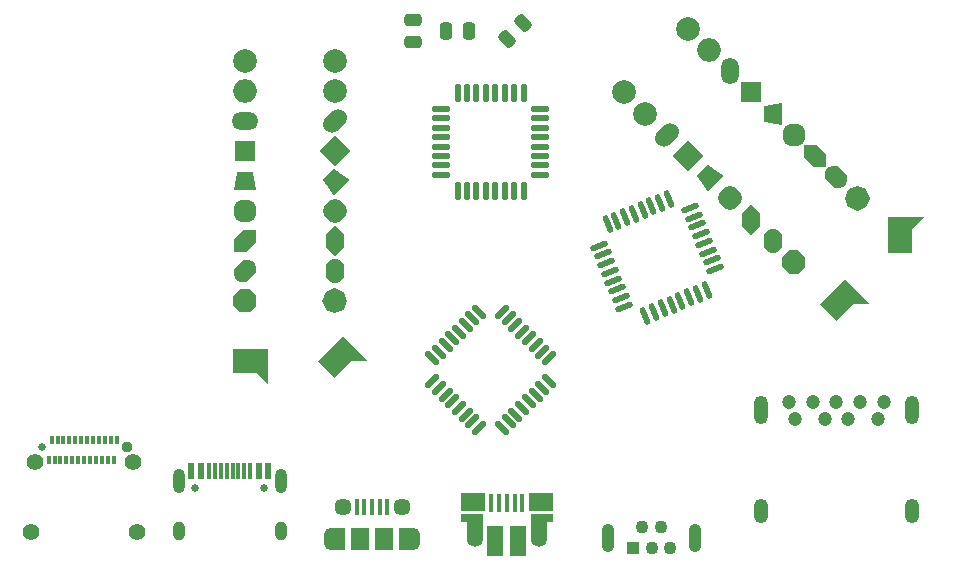
<source format=gbr>
G04 #@! TF.GenerationSoftware,KiCad,Pcbnew,5.99.0-unknown-9424d66d22~106~ubuntu18.04.1*
G04 #@! TF.CreationDate,2021-01-09T19:47:38+08:00*
G04 #@! TF.ProjectId,Flashpads,466c6173-6870-4616-9473-2e6b69636164,rev?*
G04 #@! TF.SameCoordinates,Original*
G04 #@! TF.FileFunction,Soldermask,Top*
G04 #@! TF.FilePolarity,Negative*
%FSLAX46Y46*%
G04 Gerber Fmt 4.6, Leading zero omitted, Abs format (unit mm)*
G04 Created by KiCad (PCBNEW 5.99.0-unknown-9424d66d22~106~ubuntu18.04.1) date 2021-01-09 19:47:38*
%MOMM*%
%LPD*%
G01*
G04 APERTURE LIST*
G04 Aperture macros list*
%AMRoundRect*
0 Rectangle with rounded corners*
0 $1 Rounding radius*
0 $2 $3 $4 $5 $6 $7 $8 $9 X,Y pos of 4 corners*
0 Add a 4 corners polygon primitive as box body*
4,1,4,$2,$3,$4,$5,$6,$7,$8,$9,$2,$3,0*
0 Add four circle primitives for the rounded corners*
1,1,$1+$1,$2,$3,0*
1,1,$1+$1,$4,$5,0*
1,1,$1+$1,$6,$7,0*
1,1,$1+$1,$8,$9,0*
0 Add four rect primitives between the rounded corners*
20,1,$1+$1,$2,$3,$4,$5,0*
20,1,$1+$1,$4,$5,$6,$7,0*
20,1,$1+$1,$6,$7,$8,$9,0*
20,1,$1+$1,$8,$9,$2,$3,0*%
%AMHorizOval*
0 Thick line with rounded ends*
0 $1 width*
0 $2 $3 position (X,Y) of the first rounded end (center of the circle)*
0 $4 $5 position (X,Y) of the second rounded end (center of the circle)*
0 Add line between two ends*
20,1,$1,$2,$3,$4,$5,0*
0 Add two circle primitives to create the rounded ends*
1,1,$1,$2,$3,0*
1,1,$1,$4,$5,0*%
%AMRotRect*
0 Rectangle, with rotation*
0 The origin of the aperture is its center*
0 $1 length*
0 $2 width*
0 $3 Rotation angle, in degrees counterclockwise*
0 Add horizontal line*
21,1,$1,$2,0,0,$3*%
%AMOutline4P*
0 Free polygon, 4 corners , with rotation*
0 The origin of the aperture is its center*
0 number of corners: always 4*
0 $1 to $8 corner X, Y*
0 $9 Rotation angle, in degrees counterclockwise*
0 create outline with 4 corners*
4,1,4,$1,$2,$3,$4,$5,$6,$7,$8,$1,$2,$9*%
%AMOutline5P*
0 Free polygon, 5 corners , with rotation*
0 The origin of the aperture is its center*
0 number of corners: always 8*
0 $1 to $10 corner X, Y*
0 $11 Rotation angle, in degrees counterclockwise*
0 create outline with 8 corners*
4,1,5,$1,$2,$3,$4,$5,$6,$7,$8,$9,$10,$1,$2,$11*%
%AMOutline6P*
0 Free polygon, 6 corners , with rotation*
0 The origin of the aperture is its center*
0 number of corners: always 6*
0 $1 to $12 corner X, Y*
0 $13 Rotation angle, in degrees counterclockwise*
0 create outline with 6 corners*
4,1,6,$1,$2,$3,$4,$5,$6,$7,$8,$9,$10,$11,$12,$1,$2,$13*%
%AMOutline7P*
0 Free polygon, 7 corners , with rotation*
0 The origin of the aperture is its center*
0 number of corners: always 7*
0 $1 to $14 corner X, Y*
0 $15 Rotation angle, in degrees counterclockwise*
0 create outline with 7 corners*
4,1,7,$1,$2,$3,$4,$5,$6,$7,$8,$9,$10,$11,$12,$13,$14,$1,$2,$15*%
%AMOutline8P*
0 Free polygon, 8 corners , with rotation*
0 The origin of the aperture is its center*
0 number of corners: always 8*
0 $1 to $16 corner X, Y*
0 $17 Rotation angle, in degrees counterclockwise*
0 create outline with 8 corners*
4,1,8,$1,$2,$3,$4,$5,$6,$7,$8,$9,$10,$11,$12,$13,$14,$15,$16,$1,$2,$17*%
G04 Aperture macros list end*
%ADD10R,1.430000X2.500000*%
%ADD11O,1.350000X1.700000*%
%ADD12O,1.100000X1.500000*%
%ADD13R,0.400000X1.650000*%
%ADD14R,2.000000X1.500000*%
%ADD15R,1.825000X0.700000*%
%ADD16R,1.350000X2.000000*%
%ADD17R,0.300000X0.700000*%
%ADD18C,0.650000*%
%ADD19C,0.950000*%
%ADD20C,1.400000*%
%ADD21O,1.100000X2.400000*%
%ADD22C,1.100000*%
%ADD23R,1.100000X1.100000*%
%ADD24O,1.200000X2.100000*%
%ADD25O,1.200000X2.400000*%
%ADD26C,1.200000*%
%ADD27RoundRect,0.125000X-0.353553X-0.530330X0.530330X0.353553X0.353553X0.530330X-0.530330X-0.353553X0*%
%ADD28RoundRect,0.125000X0.353553X-0.530330X0.530330X-0.353553X-0.353553X0.530330X-0.530330X0.353553X0*%
%ADD29RoundRect,0.125000X-0.529589X-0.354662X0.625260X0.123692X0.529589X0.354662X-0.625260X-0.123692X0*%
%ADD30RoundRect,0.125000X0.123692X-0.625260X0.354662X-0.529589X-0.123692X0.625260X-0.354662X0.529589X0*%
%ADD31RoundRect,0.125000X-0.125000X-0.625000X0.125000X-0.625000X0.125000X0.625000X-0.125000X0.625000X0*%
%ADD32RoundRect,0.125000X-0.625000X-0.125000X0.625000X-0.125000X0.625000X0.125000X-0.625000X0.125000X0*%
%ADD33R,0.600000X1.450000*%
%ADD34R,0.300000X1.450000*%
%ADD35O,1.000000X2.100000*%
%ADD36O,1.000000X1.600000*%
%ADD37R,1.200000X1.900000*%
%ADD38O,1.200000X1.900000*%
%ADD39R,1.500000X1.900000*%
%ADD40C,1.450000*%
%ADD41R,0.400000X1.350000*%
%ADD42RoundRect,0.250000X0.159099X-0.512652X0.512652X-0.159099X-0.159099X0.512652X-0.512652X0.159099X0*%
%ADD43RoundRect,0.250000X-0.250000X-0.475000X0.250000X-0.475000X0.250000X0.475000X-0.250000X0.475000X0*%
%ADD44RoundRect,0.250000X0.475000X-0.250000X0.475000X0.250000X-0.475000X0.250000X-0.475000X-0.250000X0*%
%ADD45C,2.000000*%
%ADD46HorizOval,2.000000X0.000000X0.000000X0.000000X0.000000X0*%
%ADD47HorizOval,1.500000X0.265165X0.265165X-0.265165X-0.265165X0*%
%ADD48RotRect,1.800000X1.800000X45.000000*%
%ADD49Outline4P,-0.950000X-0.800000X0.950000X-0.800000X0.650000X0.800000X-0.650000X0.800000X45.000000*%
%ADD50RoundRect,0.540000X0.000000X-0.509117X0.509117X0.000000X0.000000X0.509117X-0.509117X0.000000X0*%
%ADD51Outline6P,0.180000X-0.900000X-0.900000X-0.900000X-0.900000X0.180000X-0.180000X0.900000X0.900000X0.900000X0.900000X-0.180000X45.000000*%
%AMFp52*
4,1,19,0.180000,-0.899999,-0.360000,-0.899999,-0.472272,-0.888199,-0.610180,-0.838549,-0.729655,-0.753643,-0.821896,-0.639735,-0.880107,-0.505217,-0.899999,-0.360000,-0.899999,0.180000,-0.180000,0.899999,0.360000,0.899999,0.472272,0.888199,0.610180,0.838549,0.729655,0.753643,0.821896,0.639735,0.880107,0.505217,0.899999,0.360000,0.899999,-0.180000,0.180000,-0.899999,0.180000,-0.899999,$1*%
%ADD52Fp52,45.000000*%
%AMFp53*
4,1,19,0.179999,-0.900000,-0.360000,-0.900000,-0.472272,-0.888200,-0.610180,-0.838550,-0.729655,-0.753643,-0.821897,-0.639735,-0.880108,-0.505216,-0.900000,-0.359999,-0.900000,0.180000,-0.179999,0.900000,0.360000,0.900000,0.472272,0.888200,0.610180,0.838550,0.729655,0.753643,0.821897,0.639735,0.880108,0.505216,0.900000,0.359999,0.900000,-0.180000,0.179999,-0.900000,0.179999,-0.900000,$1*%
%ADD53Fp53,90.000000*%
%ADD54Outline6P,0.180000X-0.900000X-0.900000X-0.900000X-0.900000X0.180000X-0.180000X0.900000X0.900000X0.900000X0.900000X-0.180000X90.000000*%
%ADD55RoundRect,0.540000X0.360000X-0.360000X0.360000X0.360000X-0.360000X0.360000X-0.360000X-0.360000X0*%
%ADD56Outline4P,-0.950000X-0.800000X0.950000X-0.800000X0.650000X0.800000X-0.650000X0.800000X90.000000*%
%ADD57R,1.800000X1.800000*%
%ADD58O,1.500000X2.250000*%
%ADD59O,2.000000X2.000000*%
%AMFp60*
4,1,19,0.180000,-0.900000,-0.360000,-0.900000,-0.472272,-0.888200,-0.610180,-0.838550,-0.729655,-0.753643,-0.821897,-0.639735,-0.880108,-0.505217,-0.900000,-0.360000,-0.900000,0.180000,-0.180000,0.900000,0.360000,0.900000,0.472272,0.888200,0.610180,0.838550,0.729655,0.753643,0.821897,0.639735,0.880108,0.505217,0.900000,0.360000,0.900000,-0.180000,0.180000,-0.900000,0.180000,-0.900000,$1*%
%ADD60Fp60,0.000000*%
%ADD61Outline6P,0.180000X-0.900000X-0.900000X-0.900000X-0.900000X0.180000X-0.180000X0.900000X0.900000X0.900000X0.900000X-0.180000X0.000000*%
%ADD62RoundRect,0.540000X-0.360000X-0.360000X0.360000X-0.360000X0.360000X0.360000X-0.360000X0.360000X0*%
%ADD63Outline4P,-0.950000X-0.800000X0.950000X-0.800000X0.650000X0.800000X-0.650000X0.800000X0.000000*%
%ADD64O,2.250000X1.500000*%
G04 APERTURE END LIST*
D10*
G04 #@! TO.C,REF\u002A\u002A*
X63419000Y-66917000D03*
X61499000Y-66917000D03*
D11*
X65189000Y-66647000D03*
X59729000Y-66647000D03*
D12*
X64879000Y-63647000D03*
X60039000Y-63647000D03*
D13*
X63759000Y-63767000D03*
X63109000Y-63767000D03*
X62459000Y-63767000D03*
X61809000Y-63767000D03*
X61159000Y-63767000D03*
D14*
X65359000Y-63647000D03*
X59609000Y-63667000D03*
D15*
X65459000Y-64967000D03*
X59509000Y-64967000D03*
D16*
X59729000Y-65717000D03*
X65209000Y-65717000D03*
G04 #@! TD*
D17*
G04 #@! TO.C,REF\u002A\u002A*
X23670000Y-60053000D03*
X24170000Y-60053000D03*
X24670000Y-60053000D03*
X25170000Y-60053000D03*
X25670000Y-60053000D03*
X26170000Y-60053000D03*
X26670000Y-60053000D03*
X27170000Y-60053000D03*
X27670000Y-60053000D03*
X28170000Y-60053000D03*
X28670000Y-60053000D03*
D18*
X23070000Y-59013000D03*
D19*
X30270000Y-59013000D03*
D20*
X22180000Y-66213000D03*
X31160000Y-66213000D03*
X30800000Y-60263000D03*
D17*
X29170000Y-60053000D03*
X28920000Y-58353000D03*
X27420000Y-58353000D03*
X27920000Y-58353000D03*
X28420000Y-58353000D03*
X29420000Y-58353000D03*
X26920000Y-58353000D03*
X26420000Y-58353000D03*
X25920000Y-58353000D03*
X25420000Y-58353000D03*
X24920000Y-58353000D03*
X24420000Y-58353000D03*
X23920000Y-58353000D03*
D20*
X22540000Y-60263000D03*
G04 #@! TD*
D21*
G04 #@! TO.C,REF\u002A\u002A*
X78364000Y-66661000D03*
X71064000Y-66661000D03*
D22*
X76314000Y-67536000D03*
X75514000Y-65786000D03*
X74714000Y-67536000D03*
X73914000Y-65786000D03*
D23*
X73114000Y-67536000D03*
G04 #@! TD*
D24*
G04 #@! TO.C,REF\u002A\u002A*
X83968000Y-64392000D03*
X96768000Y-64392000D03*
D25*
X83968000Y-55892000D03*
X96768000Y-55892000D03*
D26*
X86368000Y-55142000D03*
X88368000Y-55142000D03*
X90368000Y-55142000D03*
X92368000Y-55142000D03*
X94368000Y-55142000D03*
X93868000Y-56642000D03*
X91368000Y-56642000D03*
X89368000Y-56642000D03*
X86868000Y-56642000D03*
G04 #@! TD*
D27*
G04 #@! TO.C,IC3*
X56154930Y-53423272D03*
X56720616Y-53988957D03*
X57286301Y-54554643D03*
X57851986Y-55120328D03*
X58417672Y-55686014D03*
X58983357Y-56251699D03*
X59549043Y-56817384D03*
X60114728Y-57383070D03*
D28*
X62059272Y-57383070D03*
X62624957Y-56817384D03*
X63190643Y-56251699D03*
X63756328Y-55686014D03*
X64322014Y-55120328D03*
X64887699Y-54554643D03*
X65453384Y-53988957D03*
X66019070Y-53423272D03*
D27*
X66019070Y-51478728D03*
X65453384Y-50913043D03*
X64887699Y-50347357D03*
X64322014Y-49781672D03*
X63756328Y-49215986D03*
X63190643Y-48650301D03*
X62624957Y-48084616D03*
X62059272Y-47518930D03*
D28*
X60114728Y-47518930D03*
X59549043Y-48084616D03*
X58983357Y-48650301D03*
X58417672Y-49215986D03*
X57851986Y-49781672D03*
X57286301Y-50347357D03*
X56720616Y-50913043D03*
X56154930Y-51478728D03*
G04 #@! TD*
D29*
G04 #@! TO.C,IC2*
X70255289Y-41936841D03*
X70561436Y-42675944D03*
X70867583Y-43415048D03*
X71173730Y-44154152D03*
X71479876Y-44893255D03*
X71786023Y-45632359D03*
X72092170Y-46371462D03*
X72398317Y-47110566D03*
D30*
X74194841Y-47854711D03*
X74933944Y-47548564D03*
X75673048Y-47242417D03*
X76412152Y-46936270D03*
X77151255Y-46630124D03*
X77890359Y-46323977D03*
X78629462Y-46017830D03*
X79368566Y-45711683D03*
D29*
X80112711Y-43915159D03*
X79806564Y-43176056D03*
X79500417Y-42436952D03*
X79194270Y-41697848D03*
X78888124Y-40958745D03*
X78581977Y-40219641D03*
X78275830Y-39480538D03*
X77969683Y-38741434D03*
D30*
X76173159Y-37997289D03*
X75434056Y-38303436D03*
X74694952Y-38609583D03*
X73955848Y-38915730D03*
X73216745Y-39221876D03*
X72477641Y-39528023D03*
X71738538Y-39834170D03*
X70999434Y-40140317D03*
G04 #@! TD*
D31*
G04 #@! TO.C,IC1*
X58287000Y-28972000D03*
X59087000Y-28972000D03*
X59887000Y-28972000D03*
X60687000Y-28972000D03*
X61487000Y-28972000D03*
X62287000Y-28972000D03*
X63087000Y-28972000D03*
X63887000Y-28972000D03*
D32*
X65262000Y-30347000D03*
X65262000Y-31147000D03*
X65262000Y-31947000D03*
X65262000Y-32747000D03*
X65262000Y-33547000D03*
X65262000Y-34347000D03*
X65262000Y-35147000D03*
X65262000Y-35947000D03*
D31*
X63887000Y-37322000D03*
X63087000Y-37322000D03*
X62287000Y-37322000D03*
X61487000Y-37322000D03*
X60687000Y-37322000D03*
X59887000Y-37322000D03*
X59087000Y-37322000D03*
X58287000Y-37322000D03*
D32*
X56912000Y-35947000D03*
X56912000Y-35147000D03*
X56912000Y-34347000D03*
X56912000Y-33547000D03*
X56912000Y-32747000D03*
X56912000Y-31947000D03*
X56912000Y-31147000D03*
X56912000Y-30347000D03*
G04 #@! TD*
D33*
G04 #@! TO.C,REF\u002A\u002A*
X42239000Y-60979000D03*
X41439000Y-60979000D03*
X36539000Y-60979000D03*
X35739000Y-60979000D03*
X35739000Y-60979000D03*
X36539000Y-60979000D03*
X41439000Y-60979000D03*
X42239000Y-60979000D03*
D34*
X37239000Y-60979000D03*
X37739000Y-60979000D03*
X38239000Y-60979000D03*
X39239000Y-60979000D03*
X39739000Y-60979000D03*
X40239000Y-60979000D03*
X40739000Y-60979000D03*
X38739000Y-60979000D03*
D35*
X43309000Y-61894000D03*
X34669000Y-61894000D03*
D18*
X36099000Y-62424000D03*
D36*
X34669000Y-66074000D03*
D18*
X41879000Y-62424000D03*
D36*
X43309000Y-66074000D03*
G04 #@! TD*
D37*
G04 #@! TO.C,REF\u002A\u002A*
X48154000Y-66769500D03*
X53954000Y-66769500D03*
D38*
X54554000Y-66769500D03*
X47554000Y-66769500D03*
D39*
X50054000Y-66769500D03*
D40*
X53554000Y-64069500D03*
D41*
X51054000Y-64069500D03*
X51704000Y-64069500D03*
X52354000Y-64069500D03*
X49754000Y-64069500D03*
X50404000Y-64069500D03*
D40*
X48554000Y-64069500D03*
D39*
X52054000Y-66769500D03*
G04 #@! TD*
D42*
G04 #@! TO.C,C3*
X62447249Y-24420751D03*
X63790751Y-23077249D03*
G04 #@! TD*
D43*
G04 #@! TO.C,C2*
X57343000Y-23749000D03*
X59243000Y-23749000D03*
G04 #@! TD*
D44*
G04 #@! TO.C,C1*
X54483000Y-22799000D03*
X54483000Y-24699000D03*
G04 #@! TD*
D45*
G04 #@! TO.C,U2*
X72390000Y-28956000D03*
D46*
X74186051Y-30752051D03*
D47*
X75982102Y-32548102D03*
D48*
X77778154Y-34344154D03*
D49*
X79574205Y-36140205D03*
D50*
X81370256Y-37936256D03*
D51*
X83166307Y-39732307D03*
D52*
X84962359Y-41528359D03*
G36*
X86375441Y-42340647D02*
G01*
X87141378Y-42340646D01*
X87141379Y-42340647D01*
X87183805Y-42358220D01*
X87724671Y-42899086D01*
X87737097Y-42929086D01*
X87742245Y-42941513D01*
X87742244Y-43707308D01*
X87724671Y-43749734D01*
X87183734Y-44290671D01*
X87183730Y-44290672D01*
X87183729Y-44290674D01*
X87165271Y-44298318D01*
X87141308Y-44308244D01*
X87141306Y-44308243D01*
X87141301Y-44308245D01*
X86375436Y-44308173D01*
X86357076Y-44300566D01*
X86333015Y-44290600D01*
X85792221Y-43749804D01*
X85792220Y-43749804D01*
X85774647Y-43707379D01*
X85774646Y-42941442D01*
X85781926Y-42923868D01*
X85792220Y-42899015D01*
X86333015Y-42358220D01*
X86375441Y-42340647D01*
G37*
G36*
X91416312Y-37173968D02*
G01*
X92123946Y-36880856D01*
X92123947Y-36880856D01*
X92169867Y-36880856D01*
X92876543Y-37173570D01*
X92899504Y-37196532D01*
X92909015Y-37206043D01*
X93202072Y-37913546D01*
X93202072Y-37959467D01*
X92909320Y-38666235D01*
X92909316Y-38666238D01*
X92909316Y-38666240D01*
X92895188Y-38680366D01*
X92876848Y-38698706D01*
X92876845Y-38698706D01*
X92876842Y-38698709D01*
X92169246Y-38991728D01*
X92149373Y-38991726D01*
X92123331Y-38991726D01*
X91416748Y-38699049D01*
X91416747Y-38699049D01*
X91384276Y-38666578D01*
X91091164Y-37958944D01*
X91091164Y-37939922D01*
X91091164Y-37913023D01*
X91383840Y-37206439D01*
X91416312Y-37173968D01*
G37*
D53*
X90350512Y-36140205D03*
D54*
X88554461Y-34344154D03*
D55*
X86758410Y-32548102D03*
D56*
X84962359Y-30752051D03*
D57*
X83166307Y-28956000D03*
D58*
X81370256Y-27159949D03*
D59*
X79574205Y-25363898D03*
D45*
X77778154Y-23567846D03*
G36*
X93178939Y-46916512D02*
G01*
X91764725Y-46916512D01*
X90350512Y-48330725D01*
X88936299Y-46916512D01*
X91057618Y-44795192D01*
X93178939Y-46916512D01*
G37*
G36*
X97738666Y-39528360D02*
G01*
X96738666Y-40528360D01*
X96738665Y-42528359D01*
X94738666Y-42528358D01*
X94738667Y-39528359D01*
X97738666Y-39528360D01*
G37*
G04 #@! TD*
G04 #@! TO.C,U1*
G36*
X50707427Y-51689000D02*
G01*
X49293213Y-51689000D01*
X47879000Y-53103213D01*
X46464787Y-51689000D01*
X48586106Y-49567680D01*
X50707427Y-51689000D01*
G37*
G36*
X42259000Y-53689000D02*
G01*
X41259000Y-52689000D01*
X39259000Y-52689000D01*
X39259000Y-50689000D01*
X42259000Y-50689000D01*
X42259000Y-53689000D01*
G37*
X47879000Y-26289000D03*
D46*
X47879000Y-28829000D03*
D47*
X47879000Y-31369000D03*
D48*
X47879000Y-33909000D03*
D49*
X47879000Y-36449000D03*
D50*
X47879000Y-38989000D03*
D51*
X47879000Y-41529000D03*
D52*
X47879000Y-44069000D03*
G36*
X47901652Y-45553615D02*
G01*
X48609286Y-45846726D01*
X48609287Y-45846727D01*
X48641759Y-45879198D01*
X48934473Y-46585874D01*
X48934473Y-46618345D01*
X48934473Y-46631796D01*
X48641415Y-47339299D01*
X48608944Y-47371771D01*
X47902176Y-47664523D01*
X47902172Y-47664523D01*
X47902170Y-47664525D01*
X47882192Y-47664523D01*
X47856255Y-47664523D01*
X47856254Y-47664521D01*
X47856249Y-47664521D01*
X47148708Y-47371371D01*
X47134657Y-47357317D01*
X47116241Y-47338902D01*
X46823566Y-46632318D01*
X46823565Y-46632317D01*
X46823565Y-46586398D01*
X47116676Y-45878764D01*
X47130127Y-45865313D01*
X47149148Y-45846291D01*
X47855732Y-45553615D01*
X47901652Y-45553615D01*
G37*
G36*
X40683826Y-45642574D02*
G01*
X41225426Y-46184173D01*
X41225426Y-46184174D01*
X41243000Y-46226600D01*
X41243000Y-46991500D01*
X41230573Y-47021500D01*
X41225426Y-47033927D01*
X40683926Y-47575426D01*
X40641500Y-47593000D01*
X39876500Y-47593000D01*
X39876496Y-47592998D01*
X39876494Y-47592999D01*
X39858037Y-47585352D01*
X39834074Y-47575426D01*
X39834073Y-47575424D01*
X39834069Y-47575422D01*
X39292570Y-47033822D01*
X39284967Y-47015461D01*
X39275000Y-46991400D01*
X39275001Y-46226600D01*
X39275001Y-46226599D01*
X39292574Y-46184174D01*
X39834173Y-45642574D01*
X39851747Y-45635295D01*
X39876600Y-45625000D01*
X40641400Y-45625000D01*
X40683826Y-45642574D01*
G37*
D60*
X40259000Y-44069000D03*
D61*
X40259000Y-41529000D03*
D62*
X40259000Y-38989000D03*
D63*
X40259000Y-36449000D03*
D57*
X40259000Y-33909000D03*
D64*
X40259000Y-31369000D03*
D59*
X40259000Y-28829000D03*
D45*
X40259000Y-26289000D03*
G04 #@! TD*
M02*

</source>
